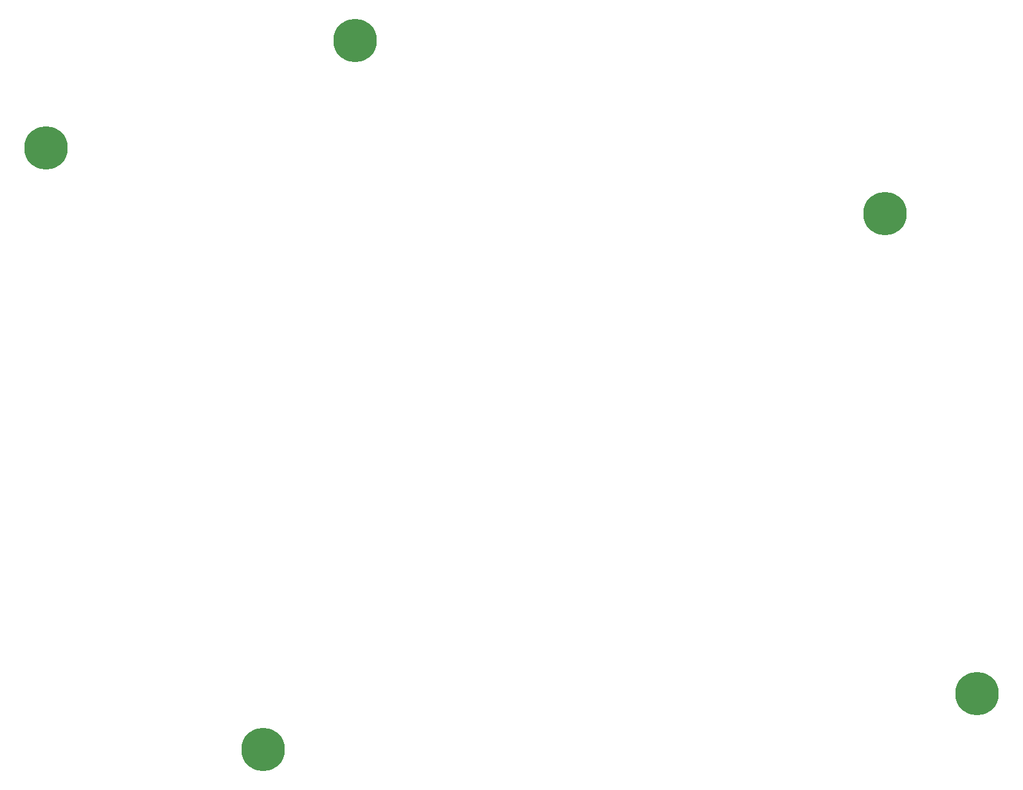
<source format=gbr>
%TF.GenerationSoftware,KiCad,Pcbnew,9.0.2+dfsg-1*%
%TF.CreationDate,2025-11-16T22:45:12+01:00*%
%TF.ProjectId,LuMo_bottom,4c754d6f-5f62-46f7-9474-6f6d2e6b6963,rev?*%
%TF.SameCoordinates,Original*%
%TF.FileFunction,Copper,L2,Bot*%
%TF.FilePolarity,Positive*%
%FSLAX46Y46*%
G04 Gerber Fmt 4.6, Leading zero omitted, Abs format (unit mm)*
G04 Created by KiCad (PCBNEW 9.0.2+dfsg-1) date 2025-11-16 22:45:12*
%MOMM*%
%LPD*%
G01*
G04 APERTURE LIST*
%TA.AperFunction,ComponentPad*%
%ADD10C,6.000000*%
%TD*%
G04 APERTURE END LIST*
D10*
%TO.P,H3,1*%
%TO.N,unconnected-(H3-Pad1)*%
X170000000Y-125300000D03*
%TD*%
%TO.P,H6,1*%
%TO.N,GND*%
X84200000Y-35200000D03*
%TD*%
%TO.P,H1,1*%
%TO.N,GND*%
X41500000Y-50000000D03*
%TD*%
%TO.P,H4,1*%
%TO.N,unconnected-(H4-Pad1)*%
X71500000Y-133000000D03*
%TD*%
%TO.P,H2,1*%
%TO.N,GND*%
X157300000Y-59100000D03*
%TD*%
M02*

</source>
